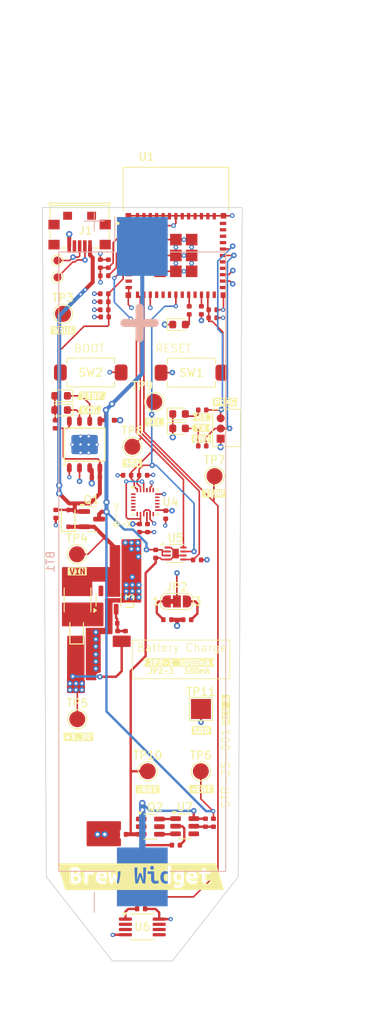
<source format=kicad_pcb>
(kicad_pcb (version 20240108) (generator "pcbnew") (generator_version "8.0")
  (title_block (title "ESP32 Based Tilt Hydrometer") (date "2025-01-04") (rev "A") (comment 1 "Author: Stephen Eaton") (comment 2 "Project Github: https://github.com/madeinoz67/brew-widget") (comment 3 "License: CC-A-SA"))
  (layers (0 "F.Cu" signal) (1 "In1.Cu" signal) (2 "In2.Cu" signal) (31 "B.Cu" signal) (34 "B.Paste" user) (35 "F.Paste" user) (36 "B.SilkS" user "B.Silkscreen") (37 "F.SilkS" user "F.Silkscreen") (38 "B.Mask" user) (39 "F.Mask" user) (44 "Edge.Cuts" user))
  (net 0 "")
  (net 1 "EN")
  (net 2 "-BATT")
  (net 3 "GPIO9")
  (net 4 "+3.3V")
  (net 5 "VBUS")
  (net 6 "Net-(U4-REGOUT)")
  (net 7 "+BATT")
  (net 8 "/-BATT_NOPROT")
  (net 9 "Net-(U7-VCC)")
  (net 10 "Net-(D2-A)")
  (net 11 "USB_D+")
  (net 12 "USB_D-")
  (net 13 "Net-(Q2-G1)")
  (net 16 "Net-(Q2-G2)")
  (net 17 "Net-(U1-IO2)")
  (net 18 "SCL")
  (net 19 "Net-(U1-IO8)")
  (net 20 "TEMP")
  (net 21 "Net-(U7-CS)")
  (net 38 "GND")
  (net 50 "~{BAT_ALERT}")
  (net 56 "SDA")
  (net 64 "/VIN")
  (net 65 "/FB")
  (net 66 "/VOUT")
  (net 73 "RX_IN")
  (net 74 "TX_IN")
  (net 75 "/~{CHG}")
  (net 76 "/~{STBY}")
  (net 77 "Net-(JP2-B)")
  (net 78 "Net-(JP2-A)")
  (net 79 "/PROG")
  (net 80 "Net-(D5-A)")
  (net 81 "GPIO6")
  (net 82 "Net-(D6-A)")
  (net 83 "Net-(D7-A)")
  (footprint "JLCPCB-Kicad-Footprints:C_0402" (layer "F.Cu") (at 147.428 109.067 -90)
    (property "Reference" "C14" (hide yes))
    (property "Value" "100nF")
  )
  (footprint "JLCPCB-Kicad-Footprints:C_0402" (layer "F.Cu") (at 144.153 110.742 -90)
    (property "Reference" "C6" (hide yes))
    (property "Value" "10uF")
  )
  (footprint "TestPoint:TestPoint_Pad_D2.0mm" (layer "F.Cu") (at 136.33 114.01)
    (property "Reference" "TP4")
    (property "Value" "TestPoint")
  )
  (footprint "kibuzzard-67837AE8" (layer "F.Cu") (at 149.098 127.508)
    (property "Reference" "kibuzzard-67837AE8" (hide yes))
    (property "Value" "G***" (hide yes))
  )
  (footprint "kibuzzard-678346A0" (layer "F.Cu") (at 144.29 154.23)
    (property "Reference" "kibuzzard-678346A0" (hide yes))
    (property "Value" "G***" (hide yes))
  )
  (footprint "kibuzzard-67834607" (layer "F.Cu") (at 134.61 86.06)
    (property "Reference" "kibuzzard-67834607" (hide yes))
    (property "Value" "G***" (hide yes))
  )
  (footprint "TestPoint:TestPoint_Pad_D1.0mm" (layer "F.Cu") (at 133.89 79.46)
    (property "Reference" "TP1" (hide yes))
    (property "Value" "TestPoint")
  )
  (footprint "JLCPCB-Kicad-Footprints:D_SOD-323" (layer "F.Cu") (at 136.2875 123.5875 90)
    (property "Reference" "D4" (hide yes))
    (property "Value" "B16WS")
  )
  (footprint "LED_SMD:LED_0603_1608Metric" (layer "F.Cu") (at 134.3405 94.234 180)
    (property "Reference" "D3" (hide yes))
    (property "Value" "STBY")
  )
  (footprint "JLCPCB-Kicad-Footprints:R_0402" (layer "F.Cu") (at 152 96 180)
    (property "Reference" "R20" (hide yes))
    (property "Value" "1.5kΩ" (hide yes))
  )
  (footprint "kibuzzard-678345E8" (layer "F.Cu") (at 146 97.5)
    (property "Reference" "kibuzzard-678345E8" (hide yes))
    (property "Value" "G***" (hide yes))
  )
  (footprint "JLCPCB-Kicad-Footprints:C_0402" (layer "F.Cu") (at 139.75 83.5 180)
    (property "Reference" "C3" (hide yes))
    (property "Value" "100nF")
  )
  (footprint "kibuzzard-67835E0F" (layer "F.Cu") (at 151.84 98.24)
    (property "Reference" "kibuzzard-67835E0F" (hide yes))
    (property "Value" "G***" (hide yes))
  )
  (footprint "JLCPCB-Kicad-Footprints:R_0402" (layer "F.Cu") (at 133.68 108.97 -90)
    (property "Reference" "R8" (hide yes))
    (property "Value" "100kΩ" (hide yes))
  )
  (footprint "kibuzzard-67836544" (layer "F.Cu") (at 137.922 96.012)
    (property "Reference" "kibuzzard-67836544" (hide yes))
    (property "Value" "G***" (hide yes))
  )
  (footprint "TestPoint:TestPoint_Pad_D2.0mm" (layer "F.Cu") (at 153.54 104.26)
    (property "Reference" "TP7")
    (property "Value" "TestPoint")
  )
  (footprint "JLCPCB-Kicad-Footprints:C_0402" (layer "F.Cu") (at 137.3375 128.3375)
    (property "Reference" "C18" (hide yes))
    (property "Value" "10uF")
  )
  (footprint "STR-Footprints:ESOP-8_L4.9-W3.9-P1.27-LS6.0-BL-EP" (layer "F.Cu") (at 137.282 100.318)
    (property "Reference" "U2" (hide yes))
    (property "Value" "TP4056")
  )
  (footprint "JLCPCB-Kicad-Footprints:R_0402" (layer "F.Cu") (at 144.603 104.149 180)
    (property "Reference" "R5" (hide yes))
    (property "Value" "4.7kΩ" (hide yes))
  )
  (footprint "TestPoint:TestPoint_Pad_2.5x2.5mm" (layer "F.Cu") (at 151.84 133.31)
    (property "Reference" "TP11")
    (property "Value" "TestPoint")
  )
  (footprint "JLCPCB-Kicad-Footprints:R_0402" (layer "F.Cu") (at 147.634 122.164)
    (property "Reference" "R18" (hide yes))
    (property "Value" "1.2kΩ" (hide yes))
  )
  (footprint "JLCPCB-Kicad-Footprints:R_0402" (layer "F.Cu") (at 148.7 150.3 180)
    (property "Reference" "R17" (hide yes))
    (property "Value" "1kΩ" (hide yes))
  )
  (footprint "JLCPCB-Kicad-Footprints:C_0402" (layer "F.Cu") (at 145.153 110.742 -90)
    (property "Reference" "C12" (hide yes))
    (property "Value" "100nF")
  )
  (footprint "JLCPCB-Kicad-Footprints:C_0402" (layer "F.Cu") (at 137.3375 126.4875)
    (property "Reference" "C16" (hide yes))
    (property "Value" "100pF")
  )
  (footprint "JLCPCB-Kicad-Footprints:R_0402" (layer "F.Cu") (at 140.8625 122.6125 180)
    (property "Reference" "R12" (hide yes))
    (property "Value" "15kΩ" (hide yes))
  )
  (footprint "LED_SMD:LED_0603_1608Metric" (layer "F.Cu") (at 149.098 98.298)
    (property "Reference" "D7" (hide yes))
    (property "Value" "RED")
  )
  (footprint "JLCPCB-Kicad-Footprints:C_0402" (layer "F.Cu") (at 140.25 77.75 90)
    (property "Reference" "C4" (hide yes))
    (property "Value" "100nF")
  )
  (footprint "JLCPCB-Kicad-Footprints:C_0402" (layer "F.Cu") (at 141.4125 124.0875 90)
    (property "Reference" "C13" (hide yes))
    (property "Value" "10pF")
  )
  (footprint "JLCPCB-Kicad-Footprints:R_0402" (layer "F.Cu") (at 139.75 79.25)
    (property "Reference" "R1" (hide yes))
    (property "Value" "10kΩ" (hide yes))
  )
  (footprint "JLCPCB-Kicad-Footprints:R_0402" (layer "F.Cu") (at 153.3 84.5 180)
    (property "Reference" "R2" (hide yes))
    (property "Value" "10kΩ" (hide yes))
  )
  (footprint "STR-Footprints:SW_SMD_SPST_8x3.6" (layer "F.Cu") (at 150.65 91.35)
    (property "Reference" "SW1")
    (property "Value" "BOOT")
  )
  (footprint "JLCPCB-Kicad-Footprints:C_0402" (layer "F.Cu") (at 137.3375 129.2375)
    (property "Reference" "C19" (hide yes))
    (property "Value" "10uF")
  )
  (footprint "kibuzzard-678345D9" (layer "F.Cu") (at 143.256 102.616)
    (property "Reference" "kibuzzard-678345D9" (hide yes))
    (property "Value" "G***" (hide yes))
  )
  (footprint "JLCPCB-Kicad-Footprints:C_0402" (layer "F.Cu") (at 141.8375 115.9875)
    (property "Reference" "C9" (hide yes))
    (property "Value" "1uF")
  )
  (footprint "JLCPCB-Kicad-Footprints:C_0402" (layer "F.Cu") (at 140.462 97.282)
    (property "Reference" "C15" (hide yes))
    (property "Value" "10uF")
  )
  (footprint "kibuzzard-67834543" (layer "F.Cu") (at 151.9 136)
    (property "Reference" "kibuzzard-67834543" (hide yes))
    (property "Value" "G***" (hide yes))
  )
  (footprint "kibuzzard-67836539" (layer "F.Cu") (at 138.176 94.234)
    (property "Reference" "kibuzzard-67836539" (hide yes))
    (property "Value" "G***" (hide yes))
  )
  (footprint "TestPoint:TestPoint_Pad_D2.0mm" (layer "F.Cu") (at 151.82 141.08)
    (property "Reference" "TP6")
    (property "Value" "TestPoint")
  )
  (footprint "JLCPCB-Kicad-Footprints:C_0402" (layer "F.Cu") (at 139.25 77.75 90)
    (property "Reference" "C5" (hide yes))
    (property "Value" "10uF")
  )
  (footprint "STR-Footprints:ESP32-C3-MINI-1-N4" (layer "F.Cu") (at 148.7 74.025)
    (property "Reference" "U1")
    (property "Value" "ESP32-C3-MINI-1-N4")
  )
  (footprint "kibuzzard-67834564" (layer "F.Cu") (at 136.51 136.79)
    (property "Reference" "kibuzzard-67834564" (hide yes))
    (property "Value" "G***" (hide yes))
  )
  (footprint "TestPoint:TestPoint_Pad_D1.0mm" (layer "F.Cu") (at 133.88 77.35)
    (property "Reference" "TP2" (hide yes))
    (property "Value" "TestPoint")
  )
  (footprint "JLCPCB-Kicad-Footprints:C_0402" (layer "F.Cu") (at 139.75 82.5 180)
    (property "Reference" "C2" (hide yes))
    (property "Value" "4.7uF")
  )
  (footprint "STR-Footprints:MICRO-USB-SMD_5P_C40945" (layer "F.Cu") (at 136.66 73.69 -90)
    (property "Reference" "J1")
    (property "Value" "USB_B_Micro")
  )
  (footprint "kibuzzard-67834787" (layer "F.Cu") (at 154.96 133.4 90)
    (property "Reference" "kibuzzard-67834787" (hide yes))
    (property "Value" "G***" (hide yes))
  )
  (footprint "Package_SO:MSOP-8_3x3mm_P0.65mm" (layer "F.Cu") (at 144.5 160.5)
    (property "Reference" "U6")
    (property "Value" "DS18B20U")
  )
  (footprint "JLCPCB-Kicad-Footprints:C_0402" (layer "F.Cu") (at 138.684 104.394 180)
    (property "Reference" "C11" (hide yes))
    (property "Value" "10uF")
  )
  (footprint "kibuzzard-678345CB" (layer "F.Cu") (at 136.36 116.14)
    (property "Reference" "kibuzzard-678345CB" (hide yes))
    (property "Value" "G***" (hide yes))
  )
  (footprint "JLCPCB-Kicad-Footprints:C_0402" (layer "F.Cu") (at 141.8375 116.9125)
    (property "Reference" "C10" (hide yes))
    (property "Value" "100pF")
  )
  (footprint "TestPoint:TestPoint_Pad_D2.0mm" (layer "F.Cu") (at 134.58 84.01)
    (property "Reference" "TP3")
    (property "Value" "TestPoint")
  )
  (footprint "JLCPCB-Kicad-Footprints:R_0402" (layer "F.Cu") (at 151.892 83.566 90)
    (property "Reference" "R7" (hide yes))
    (property "Value" "10kΩ" (hide yes))
  )
  (footprint "Package_DFN_QFN:TDFN-8-1EP_2x2mm_P0.5mm_EP0.8x1.2mm" (layer "F.Cu") (at 148.66 113.91)
    (property "Reference" "U5")
    (property "Value" "MAX17048")
  )
  (footprint "JLCPCB-Kicad-Footprints:R_0402" (layer "F.Cu") (at 139.75 81.5)
    (property "Reference" "R3" (hide yes))
    (property "Value" "10kΩ" (hide yes))
  )
  (footprint "Package_TO_SOT_SMD:SOT-23-6" (layer "F.Cu") (at 149.8 147.9375)
    (property "Reference" "U7")
    (property "Value" "DW01A")
  )
  (footprint "Sensor_Motion:InvenSense_QFN-24_3x3mm_P0.4mm_NoMask" (layer "F.Cu") (at 144.875 107.5)
    (property "Reference" "U4")
    (property "Value" "MPU-6500" (hide yes))
  )
  (footprint "Jumper:SolderJumper-3_P1.3mm_Bridged12_RoundedPad1.0x1.5mm_NumberLabels" (layer "F.Cu") (at 148.822 119.888)
    (property "Reference" "JP2")
    (property "Value" "SolderJumper_3_Bridged12")
  )
  (footprint "kibuzzard-67837E72" (layer "F.Cu") (at 149.098 128.524)
    (property "Reference" "kibuzzard-67837E72" (hide yes))
    (property "Value" "G***" (hide yes))
  )
  (footprint "JLCPCB-Kicad-Footprints:R_0402" (layer "F.Cu") (at 139.8 84.4)
    (property "Reference" "R4" (hide yes))
    (property "Value" "10kΩ" (hide yes))
  )
  (footprint "JLCPCB-Kicad-Footprints:R_0402" (layer "F.Cu") (at 151.36 114.71 180)
    (property "Reference" "R15" (hide yes))
    (property "Value" "10kΩ" (hide yes))
  )
  (footprint "TestPoint:TestPoint_Pad_D2.0mm" (layer "F.Cu") (at 143.256 100.584)
    (property "Reference" "TP8")
    (property "Value" "TestPoint")
  )
  (footprint "Package_TO_SOT_SMD:SOT-23-6" (layer "F.Cu") (at 145.5 147.9875)
    (property "Reference" "Q2")
    (property "Value" "FS8205A")
  )
  (footprint "LED_SMD:LED_0603_1608Metric" (layer "F.Cu") (at 149.098 85.344)
    (property "Reference" "D5" (hide yes))
    (property "Value" "RED")
  )
  (footprint "JLCPCB-Kicad-Footprints:C_0402" (layer "F.Cu") (at 153.3 83.5)
    (property "Reference" "C1" (hide yes))
    (property "Value" "100nF")
  )
  (footprint "JLCPCB-Kicad-Footprints:C_0402" (layer "F.Cu") (at 137.3375 127.4125)
    (property "Reference" "C17" (hide yes))
    (property "Value" "1uF")
  )
  (footprint "LED_SMD:LED_0603_1608Metric" (layer "F.Cu") (at 149.098 96.5)
    (property "Reference" "D6" (hide yes))
    (property "Value" "RED")
  )
  (footprint "kibuzzard-67834594" (layer "F.Cu") (at 145.18 143.33)
    (property "Reference" "kibuzzard-67834594" (hide yes))
    (property "Value" "G***" (hide yes))
  )
  (footprint "kibuzzard-67835DB7" (layer "F.Cu") (at 151.89 99.57)
    (property "Reference" "kibuzzard-67835DB7" (hide yes))
    (property "Value" "G***" (hide yes))
  )
  (footprint "JLCPCB-Kicad-Footprints:D_SOD-323" (layer "F.Cu") (at 135.23 109.53 90)
    (property "Reference" "D1" (hide yes))
    (property "Value" "B16WS")
  )
  (footprint "TestPoint:TestPoint_Pad_D2.0mm" (layer "F.Cu") (at 136.37 134.58)
    (property "Reference" "TP5")
    (property "Value" "TestPoint")
  )
  (footprint "JLCPCB-Kicad-Footprints:R_0402" (layer "F.Cu") (at 152 100.5 180)
    (property "Reference" "R21" (hide yes))
    (property "Value" "1.5kΩ" (hide yes))
  )
  (footprint "kibuzzard-67835E3B" (layer "F.Cu") (at 154.82 95.02)
    (property "Reference" "kibuzzard-67835E3B" (hide yes))
    (property "Value" "G***" (hide yes))
  )
  (footprint "STR-Footprints:IND_LQH3NPZ220MMEL" (layer "F.Cu") (at 136.4 119.7 -90)
    (property "Reference" "L1" (hide yes))
    (property "Value" "22uH,540mA")
  )
  (footprint "TestPoint:TestPoint_Pad_D2.0mm" (layer "F.Cu") (at 145.18 141.08)
    (property "Reference" "TP10")
    (property "Value" "TestPoint")
  )
  (footprint "JLCPCB-Kicad-Footprints:R_0402" (layer "F.Cu") (at 150.368 83.574 -90)
    (property "Reference" "R19" (hide yes))
    (property "Value" "1.5kΩ" (hide yes))
  )
  (footprint "JLCPCB-Kicad-Footprints:R_0402" (layer "F.Cu") (at 142.3875 124.0875 90)
    (property "Reference" "R11" (hide yes))
    (property "Value" "68kΩ" (hide yes))
  )
  (footprint "Package_TO_SOT_SMD:SOT-23" (layer "F.Cu") (at 138.16 109.62)
    (property "Reference" "Q1")
    (property "Value" "IRLML6401")
  )
  (footprint "JLCPCB-Kicad-Footprints:C_0402" (layer "F.Cu") (at 141.8375 114.1375)
    (property "Reference" "C7" (hide yes))
    (property "Value" "10uF")
  )
  (footprint "JLCPCB-Kicad-Footprints:R_0402" (layer "F.Cu") (at 141.95 148.95 180)
    (property "Reference" "R16" (hide yes))
    (property "Value" "0Ω" (hide yes))
  )
  (footprint "JLCPCB-Kicad-Footprints:C_0402" (layer "F.Cu") (at 141.8375 115.0625)
    (property "Reference" "C8" (hide yes))
    (property "Value" "10uF")
  )
  (footprint "kibuzzard-678345AF" (layer "F.Cu") (at 153.49 106.4)
    (property "Reference" "kibuzzard-678345AF" (hide yes))
    (property "Value" "G***" (hide yes))
  )
  (footprint "kibuzzard-67835E03" (layer "F.Cu") (at 151.96 96.9)
    (property "Reference" "kibuzzard-67835E03" (hide yes))
    (property "Value" "G***" (hide yes))
  )
  (footprint "JLCPCB-Kicad-Footprints:R_0402" (layer "F.Cu") (at 153.4 147.5 -90)
    (property "Reference" "R13" (hide yes))
    (property "Value" "100Ω" (hide yes))
  )
  (footprint "STR-Footprints:PROG_1x3_1.27" (layer "F.Cu") (at 154.3 99.58 90)
    (property "Reference" "PROG1" (hide yes))
    (property "Value" "Pogo Pin 1.27mm")
  )
  (footprint "JLCPCB-Kicad-Footprints:R_0402" (layer "F.Cu") (at 133.604 97.79 90)
    (property "Reference" "R9" (hide yes))
    (property "Value" "2kΩ" (hide yes))
  )
  (footprint "kibuzzard-6783457B" (layer "F.Cu") (at 151.9 143.3)
    (property "Reference" "kibuzzard-6783457B" (hide yes))
    (property "Value" "G***" (hide yes))
  )
  (footprint "Package_TO_SOT_SMD:SOT-23-6" (layer "F.Cu") (at 140.275 119.7125 90)
    (property "Reference" "U3")
    (property "Value" "MT3608")
  )
  (footprint "JLCPCB-Kicad-Footprints:R_0402" (layer "F.Cu") (at 150.122 122.174 180)
    (property "Reference" "R10" (hide yes))
    (property "Value" "2kΩ" (hide yes))
  )
  (footprint "STR-Footprints:SW_SMD_SPST_8x3.6" (layer "F.Cu") (at 138.05 91.325 180)
    (property "Reference" "SW2")
    (property "Value" "RESET")
  )
  (footprint "JLCPCB-Kicad-Footprints:C_0402" (layer "F.Cu") (at 146.1725 113.96 -90)
    (property "Reference" "C20" (hide yes))
    (property "Value" "100nF")
  )
  (footprint "JLCPCB-Kicad-Footprints:C_0402" (layer "F.Cu") (at 152.4 147.5 90)
    (property "Reference" "C21" (hide yes))
    (property "Value" "100nF")
  )
  (footprint "JLCPCB-Kicad-Footprints:R_0402" (layer "F.Cu") (at 142.603 104.149)
    (property "Reference" "R6" (hide yes))
    (property "Value" "4.7kΩ" (hide yes))
  )
  (footprint "JLCPCB-Kicad-Footprints:R_0402" (layer "F.Cu") (at 144.35 158.25 180)
    (property "Reference" "R14" (hide yes))
    (property "Value" "4.7kΩ" (hide yes))
  )
  (footprint "LED_SMD:LED_0603_1608Metric" (layer "F.Cu") (at 134.3405 96.012 180)
    (property "Reference" "D2" (hide yes))
    (property "Value" "CHG")
  )
  (footprint "TestPoint:TestPoint_Pad_D2.0mm" (layer "F.Cu") (at 146 94.996)
    (property "Reference" "TP9")
    (property "Value" "TestPoint")
  )
  (footprint "Battery:BatteryHolder_Keystone_1042_1x18650" (layer "B.Cu") (at 144.5 114.93 -90)
    (property "Reference" "BT1")
    (property "Value" "18650")
  )
  (gr_line (start 141.23 108.98) (end 141.23 110.27) (stroke (width 0.1)) (layer "F.SilkS"))
  (gr_line (start 141.23 110.27) (end 142.45 110.27) (stroke (width 0.1)) (layer "F.SilkS"))
  (gr_rect (start 143.256 124.714) (end 155.448 129.54) (stroke (width 0.1)) (fill none) (layer "F.SilkS"))
  (gr_circle (center 141.23 110.27) (end 141.54 110.23) (stroke (width 0.1)) (fill none) (layer "F.SilkS"))
  (gr_line (start 156.5 154.25) (end 157 70.75) (stroke (width 0.1)) (layer "Edge.Cuts"))
  (gr_line (start 140.75 164.75) (end 148.25 164.75) (stroke (width 0.1)) (layer "Edge.Cuts"))
  (gr_line (start 157 70.75) (end 132 70.75) (stroke (width 0.1)) (layer "Edge.Cuts"))
  (gr_line (start 132.5 154.25) (end 140.75 164.75) (stroke (width 0.1)) (layer "Edge.Cuts"))
  (gr_line (start 148.25 164.75) (end 156.5 154.25) (stroke (width 0.1)) (layer "Edge.Cuts"))
  (gr_line (start 132 70.75) (end 132.5 154.25) (stroke (width 0.1)) (layer "Edge.Cuts"))
  (gr_text "+" (at 144.16 87.72 0) (layer "B.SilkS") (effects (font (size 5 5) (thickness 1) (bold yes)) (justify bottom mirror)))
  (gr_text "X" (at 142.31 110.89 0) (layer "F.SilkS") (effects (font (size 1 1) (thickness 0.1)) (justify left bottom)))
  (gr_text "STR-25-001" (at 155.5 145.74 90) (layer "F.SilkS") (effects (font (size 1 1) (thickness 0.1)) (justify left bottom)))
  (gr_text "RESET" (at 146.05 88.9 0) (layer "F.SilkS") (effects (font (size 1 1) (thickness 0.1)) (justify left bottom)))
  (gr_text "BOOT" (at 135.89 88.9 0) (layer "F.SilkS") (effects (font (size 1 1) (thickness 0.1)) (justify left bottom)))
  (gr_text "Y" (at 140.78 108.76 0) (layer "F.SilkS") (effects (font (size 1 1) (thickness 0.1)) (justify left bottom)))
  (gr_text "Battery Charge" (at 143.764 126.238 0) (layer "F.SilkS") (effects (font (size 1 1) (thickness 0.1)) (justify left bottom)))
  (segment (start 142.1 78.53) (end 142.305 78.325) (width 0.2) (layer "F.Cu") (net 1))
  (segment (start 140.175 85.55) (end 140.3 85.425) (width 0.2) (layer "F.Cu") (net 1))
  (segment (start 140.3 85.425) (end 140.3 84.4) (width 0.2) (layer "F.Cu") (net 1))
  (segment (start 140.25 83.5) (end 140.25 84.35) (width 0.2) (layer "F.Cu") (net 1))
  (segment (start 134.25 91.325) (end 134.25 88.525) (width 0.2) (layer "F.Cu") (net 1))
  (segment (start 140.25 82.5) (end 140.25 81.5) (width 0.2) (layer "F.Cu") (net 1))
  (segment (start 142.1 79.65) (end 142.1 78.53) (width 0.2) (layer "F.Cu") (net 1))
  (segment (start 137.225 85.55) (end 140.175 85.55) (width 0.2) (layer "F.Cu") (net 1))
  (segment (start 134.25 88.525) (end 137.225 85.55) (width 0.2) (layer "F.Cu") (net 1))
  (segment (start 140.25 83.25) (end 140.25 82.5) (width 0.2) (layer "F.Cu") (net 1))
  (segment (start 140.25 84.35) (end 140.3 84.4) (width 0.2) (layer "F.Cu") (net 1))
  (segment (start 142.305 78.325) (end 142.8 78.325) (width 0.2) (layer "F.Cu") (net 1))
  (segment (start 140.25 81.5) (end 142.1 79.65) (width 0.2) (layer "F.Cu") (net 1))
  (segment (start 144.3625 148.9375) (end 144.3625 149.8625) (width 0.3) (layer "F.Cu") (net 2))
  (segment (start 143.05 141) (end 143.05 128.57) (width 0.3) (layer "F.Cu") (net 2))
  (segment (start 144.3625 149.8625) (end 144.8 150.3) (width 0.3) (layer "F.Cu") (net 2))
  (segment (start 144.8 150.3) (end 148.2 150.3) (width 0.3) (layer "F.Cu") (net 2))
  (segment (start 148.66 114.059999) (end 148.66 113.91) (width 0.2) (layer "F.Cu") (net 2))
  (segment (start 143.05 148.9375) (end 142.4625 148.9375) (width 0.5) (layer "F.Cu") (net 2))
  (segment (start 149.6475 114.16) (end 148.91 114.16) (width 0.2) (layer "F.Cu") (net 2))
  (segment (start 143.05 141.18) (end 143.05 141) (width 0.3) (layer "F.Cu") (net 2))
  (segment (start 144.92 126.7) (end 144.92 116.34) (width 0.3) (layer "F.Cu") (net 2))
  (segment (start 144.92 116.34) (end 146.1725 115.0875) (width 0.3) (layer "F.Cu") (net 2))
  (segment (start 146.1725 115.0875) (end 146.1725 114.46) (width 0.3) (layer "F.Cu") (net 2))
  (segment (start 148.66 113.760001) (end 148.66 113.91) (width 0.2) (layer "F.Cu") (net 2))
  (segment (start 146.71 114.46) (end 146.1725 114.46) (width 0.2) (layer "F.Cu") (net 2))
  (segment (start 147.6725 114.66) (end 146.91 114.66) (width 0.2) (layer "F.Cu") (net 2))
  (segment (start 145.18 141.08) (end 143.15 141.08) (width 0.3) (layer "F.Cu") (net 2))
  (segment (start 147.6725 113.16) (end 148.059999 113.16) (width 0.2) (layer "F.Cu") (net 2))
  (segment (start 146.91 114.66) (end 146.71 114.46) (width 0.2) (layer "F.Cu") (net 2))
  (segment (start 143.15 141.08) (end 143.05 141.18) (width 0.3) (layer "F.Cu") (net 2))
  (segment (start 143.05 128.57) (end 144.92 126.7) (width 0.3) (layer "F.Cu") (net 2))
  (segment (start 147.6725 114.66) (end 148.059999 114.66) (width 0.2) (layer "F.Cu") (net 2))
  (segment (start 148.91 114.16) (end 148.66 113.91) (width 0.2) (layer "F.Cu") (net 2))
  (segment (start 142.4625 148.9375) (end 142.45 148.95) (width 0.5) (layer "F.Cu") (net 2))
  (segment (start 148.059999 113.16) (end 148.66 113.760001) (width 0.2) (layer "F.Cu") (net 2))
  (segment (start 143.05 148.9375) (end 143.05 141.18) (width 0.3) (layer "F.Cu") (net 2))
  (segment (start 144.3625 148.9375) (end 143.05 148.9375) (width 0.5) (layer "F.Cu") (net 2))
  (segment (start 148.059999 114.66) (end 148.66 114.059999) (width 0.2) (layer "F.Cu") (net 2))
  (segment (start 144.3 149) (end 144.3625 148.9375) (width 0.5) (layer "F.Cu") (net 2))
  (segment (start 154.575 86.275) (end 154.575 91.225) (width 0.2) (layer "F.Cu") (net 3))
  (segment (start 152.8 84.944) (end 153.244 84.944) (width 0.2) (layer "F.Cu") (net 3))
  (segment (start 152.7 81.625) (end 152.7 83.4) (width 0.2) (layer "F.Cu") (net 3))
  (segment (start 152.7 83.4) (end 152.8 83.5) (width 0.2) (layer "F.Cu") (net 3))
  (segment (start 152.8 84.5) (end 152.8 84.944) (width 0.2) (layer "F.Cu") (net 3))
  (segment (start 152.8 83.5) (end 152.8 84.5) (width 0.2) (layer "F.Cu") (net 3))
  (segment (start 153.244 84.944) (end 154.575 86.275) (width 0.2) (layer "F.Cu") (net 3))
  (segment (start 154.575 91.225) (end 154.45 91.35) (width 0.2) (layer "F.Cu") (net 3))
  (segment (start 142.494132 109.383132) (end 142.494132 104.933126) (width 0.2) (layer "F.Cu") (net 4))
  (segment (start 142.3875 124.5875) (end 141.4125 124.5875) (width 0.3) (layer "F.Cu") (net 4))
  (segment (start 144.275 109.592) (end 142.703 109.592) (width 0.2) (layer "F.Cu") (net 4))
  (segment (start 152.56 114.71) (end 152.585 114.685) (width 0.2) (layer "F.Cu") (net 4))
  (segment (start 151.86 114.71) (end 152.56 114.71) (width 0.2) (layer "F.Cu") (net 4))
  (segment (start 141.41513 104.149) (end 141.415126 104.149004) (width 0.2) (layer "F.Cu") (net 4))
  (segment (start 145.811002 104.149) (end 145.860002 104.1) (width 0.2) (layer "F.Cu") (net 4))
  (segment (start 140.25 78.25) (end 139.25 78.25) (width 0.2) (layer "F.Cu") (net 4))
  (segment (start 139.25 79.25) (end 139.25 80.05) (width 0.2) (layer "F.Cu") (net 4))
  (segment (start 144.675 105.957) (end 144.675 105.135) (width 0.2) (layer "F.Cu") (net 4))
  (segment (start 146.15 158.25) (end 146.6125 158.7125) (width 0.3) (layer "F.Cu") (net 4))
  (segment (start 136.37 131.095) (end 136.2 130.925) (width 0.2) (layer "F.Cu") (net 4))
  (segment (start 141.925 125.275) (end 141.925 128.585) (width 0.3) (layer "F.Cu") (net 4))
  (segment (start 145.103 104.149) (end 145.811002 104.149) (width 0.2) (layer "F.Cu") (net 4))
  (segment (start 139.25 80.05) (end 139.275 80.075) (width 0.2) (layer "F.Cu") (net 4))
  (segment (start 139.25 81.5) (end 138.5 81.5) (width 0.2) (layer "F.Cu") (net 4))
  (segment (start 146.375 108.5) (end 147.361 108.5) (width 0.2) (layer "F.Cu") (net 4))
  (segment (start 142.8 74.325) (end 141.675 74.325) (width 0.2) (layer "F.Cu") (net 4))
  (segment (start 144.153 110.242) (end 143.688 110.242) (width 0.2) (layer "F.Cu") (net 4))
  (segment (start 136.37 134.58) (end 136.37 131.095) (width 0.2) (layer "F.Cu") (net 4))
  (segment (start 144.85 158.25) (end 146.15 158.25) (width 0.3) (layer "F.Cu") (net 4))
  (segment (start 147.428 108.567) (end 147.361 108.5) (width 0.2) (layer "F.Cu") (net 4))
  (segment (start 144.275 110.12) (end 144.275 109.592) (width 0.2) (layer "F.Cu") (net 4))
  (segment (start 147.428 108.567) (end 148.217 108.567) (width 0.2) (layer "F.Cu") (net 4))
  (segment (start 140.86 75.14) (end 140.86 77.64) (width 0.2) (layer "F.Cu") (net 4))
  (segment (start 151.892 84.066) (end 151.892 84.836) (width 0.2) (layer "F.Cu") (net 4))
  (segment (start 143.322 110.242) (end 143.3 110.22) (width 0.2) (layer "F.Cu") (net 4))
  (segment (start 153.8 84.5) (end 154.6 84.5) (width 0.2) (layer "F.Cu") (net 4))
  (segment (start 141.675 74.325) (end 140.86 75.14) (width 0.2) (layer "F.Cu") (net 4))
  (segment (start 141.224 129.286) (end 139.192 129.286) (width 0.3) (layer "F.Cu") (net 4))
  (segment (start 144.153 110.242) (end 144.275 110.12) (width 0.2) (layer "F.Cu") (net 4))
  (segment (start 139.3 84.4) (end 138.5 84.4) (width 0.2) (layer "F.Cu") (net 4))
  (segment (start 141.925 128.585) (end 141.224 129.286) (width 0.3) (layer "F.Cu") (net 4))
  (segment (start 146.6125 159.525) (end 148.050004 159.525) (width 0.3) (layer "F.Cu") (net 4))
  (segment (start 146.6125 158.7125) (end 146.6125 159.525) (width 0.3) (layer "F.Cu") (net 4))
  (segment (start 139.25 78.25) (end 139.25 79.25) (width 0.2) (layer "F.Cu") (net 4))
  (segment (start 143.688 110.242) (end 143.322 110.242) (width 0.2) (layer "F.Cu") (net 4))
  (segment (start 144.675 105.135) (end 144.465 104.925) (width 0.2) (layer "F.Cu") (net 4))
  (segment (start 144.275 109.592) (end 144.275 109) (width 0.2) (layer "F.Cu") (net 4))
  (segment (start 140.86 77.64) (end 140.25 78.25) (width 0.2) (layer "F.Cu") (net 4))
  (segment (start 142.103 104.149) (end 141.41513 104.149) (width 0.2) (layer "F.Cu") (net 4))
  (segment (start 142.703 109.592) (end 142.494132 109.383132) (width 0.2) (layer "F.Cu") (net 4))
  (via (at 136.2 130.925) (size 0.7) (drill 0.3) (layers "F.Cu" "B.Cu") (net 4))
  (via (at 151.892 84.836) (size 0.7) (drill 0.3) (layers "F.Cu" "B.Cu") (net 4))
  (via (at 144.465 104.925) (size 0.55) (drill 0.25) (layers "F.Cu" "B.Cu") (net 4))
  (via (at 154.6 84.5) (size 0.55) (drill 0.25) (layers "F.Cu" "B.Cu") (net 4))
  (via (at 138.5 84.4) (size 0.6) (drill 0.3) (layers "F.Cu" "B.Cu") (net 4))
  (via (at 148.050004 159.525) (size 0.55) (drill 0.25) (layers "F.Cu" "B.Cu") (net 4))
  (via (at 143.3 110.22) (size 0.7) (drill 0.3) (layers "F.Cu" "B.Cu") (net 4))
  (via (at 136.95 130.125) (size 0.7) (drill 0.3) (layers "F.Cu" "B.Cu") (net 4))
  (via (at 141.415126 104.149004) (size 0.55) (drill 0.25) (layers "F.Cu" "B.Cu") (net 4))
  (via (at 152.585 114.685) (size 0.7) (drill 0.3) (layers "F.Cu" "B.Cu") (net 4))
  (via (at 135.45 130.125) (size 0.7) (drill 0.3) (layers "F.Cu" "B.Cu") (net 4))
  (via (at 135.45 130.925) (size 0.7) (drill 0.3) (layers "F.Cu" "B.Cu") (net 4))
  (via (at 135.8 129.25) (size 0.7) (drill 0.3) (layers "F.Cu" "B.Cu") (net 4))
  (via (at 148.217 108.567) (size 0.7) (drill 0.3) (layers "F.Cu" "B.Cu") (net 4))
  (via (at 142.494132 104.933126) (size 0.55) (drill 0.25) (layers "F.Cu" "B.Cu") (net 4))
  (via (at 145.860002 104.1) (size 0.55) (drill 0.25) (layers "F.Cu" "B.Cu") (net 4))
  (via (at 136.95 130.925) (size 0.7) (drill 0.3) (layers "F.Cu" "B.Cu") (net 4))
  (via (at 139.192 129.286) (size 0.7) (drill 0.3) (layers "F.Cu" "B.Cu") (net 4))
  (via (at 139.275 80.075) (size 0.6) (drill 0.3) (layers "F.Cu" "B.Cu") (net 4))
  (via (at 136.2 130.125) (size 0.7) (drill 0.3) (layers "F.Cu" "B.Cu") (net 4))
  (via (at 138.5 81.5) (size 0.6) (drill 0.3) (layers "F.Cu" "B.Cu") (net 4))
  (segment (start 135.8 129.25) (end 139.156 129.25) (width 0.3) (layer "B.Cu") (net 4))
  (segment (start 139.156 129.25) (end 139.192 129.286) (width 0.3) (layer "B.Cu") (net 4))
  (segment (start 144.465 104.925) (end 142.502258 104.925) (width 0.2) (layer "B.Cu") (net 4))
  (segment (start 142.502258 104.925) (end 142.494132 104.933126) (width 0.2) (layer "B.Cu") (net 4))
  (segment (start 134.62 101.854) (end 134.874 102.108) (width 0.2) (layer "F.Cu") (net 5))
  (segment (start 134.62 98.29) (end 135.136 98.29) (width 0.2) (layer "F.Cu") (net 5))
  (segment (start 138.938 102.108) (end 139.192 102.362) (width 0.2) (layer "F.Cu") (net 5))
  (segment (start 136.775 81.575) (end 137.35 81) (width 0.5) (layer "F.Cu") (net 5))
  (segment (start 139.192 106.426) (end 139.192 103.228) (width 0.5) (layer "F.Cu") (net 5))
  (segment (start 135.346 107.66) (end 134.112 106.426) (width 0.5) (layer "F.Cu") (net 5))
  (segment (start 136.05 107.66) (end 136.05 108.67) (width 0.5) (layer "F.Cu") (net 5))
  (segment (start 135.372 98.054) (end 135.372 97.408) (width 0.2) (layer "F.Cu") (net 5))
  (segment (start 134.58 83.78) (end 136.775 81.585) (width 0.2) (layer "F.Cu") (net 5))
  (segment (start 137.958 107.66) (end 139.192 106.426) (width 0.5) (layer "F.Cu") (net 5))
  (segment (start 138.3 80.05) (end 137.35 81) (width 0.5) (layer "F.Cu") (net 5))
  (segment (start 138.3 77.02) (end 138.3 80.05) (width 0.5) (layer "F.Cu") (net 5))
  (segment (start 136.05 108.67) (end 137.2225 108.67) (width 0.5) (layer "F.Cu") (net 5))
  (segment (start 133.68 108.47) (end 135.22 108.47) (width 0.3) (layer "F.Cu") (net 5))
  (segment (start 136.05 107.66) (end 137.958 107.66) (width 0.5) (layer "F.Cu") (net 5))
  (segment (start 136.775 81.585) (end 136.775 81.575) (width 0.2) (layer "F.Cu") (net 5))
  (segment (start 136.05 107.66) (end 136.05 108.48) (width 0.5) (layer "F.Cu") (net 5))
  (segment (start 133.604 98.29) (end 134.62 98.29) (width 0.2) (layer "F.Cu") (net 5))
  (segment (start 139.192 102.362) (end 139.192 103.228) (width 0.2) (layer "F.Cu") (net 5))
  (segment (start 137.96 76.68) (end 138.3 77.02) (width 0.5) (layer "F.Cu") (net 5))
  (segment (start 135.22 108.47) (end 135.23 108.48) (width 0.3) (layer "F.Cu") (net 5))
  (segment (start 135.136 98.29) (end 135.372 98.054) (width 0.2) (layer "F.Cu") (net 5))
  (segment (start 134.112 106.426) (end 134.112 105.41) (width 0.5) (layer "F.Cu") (net 5))
  (segment (start 134.874 102.108) (end 138.938 102.108) (width 0.2) (layer "F.Cu") (net 5))
  (segment (start 134.58 84.01) (end 134.58 83.78) (width 0.2) (layer "F.Cu") (net 5))
  (segment (start 136.05 108.48) (end 135.23 108.48) (width 0.5) (layer "F.Cu") (net 5))
  (segment (start 134.62 98.29) (end 134.62 101.854) (width 0.2) (layer "F.Cu") (net 5))
  (segment (start 136.05 107.66) (end 135.346 107.66) (width 0.5) (layer "F.Cu") (net 5))
  (segment (start 137.96 75.61) (end 137.96 76.68) (width 0.5) (layer "F.Cu") (net 5))
  (via (at 137.35 81) (size 0.55) (drill 0.25) (layers "F.Cu" "B.Cu") (net 5))
  (via (at 136.775 81.575) (size 0.55) (drill 0.25) (layers "F.Cu" "B.Cu") (net 5))
  (via (at 134.112 106.426) (size 0.8) (drill 0.4) (layers "F.Cu" "B.Cu") (net 5))
  (via (at 134.112 105.41) (size 0.8) (drill 0.4) (layers "F.Cu" "B.Cu") (net 5))
  (segment (start 134.112 84.238) (end 136.38 81.97) (width 0.5) (layer "B.Cu") (net 5))
  (segment (start 136.775 81.575) (end 136.38 81.97) (width 0.5) (layer "B.Cu") (net 5))
  (segment (start 136.38 81.97) (end 137.35 81) (width 0.5) (layer "B.Cu") (net 5))
  (segment (start 134.112 106.426) (end 134.112 84.238) (width 0.5) (layer "B.Cu") (net 5))
  (segment (start 145.075 110.164) (end 145.075 109) (width 0.2) (layer "F.Cu") (net 6))
  (segment (start 145.153 110.242) (end 145.075 110.164) (width 0.2) (layer "F.Cu") (net 6))
  (segment (start 147.6725 113.66) (end 147.01 113.66) (width 0.2) (layer "F.Cu") (net 7))
  (segment (start 145.2 113.604996) (end 145.025 113.429996) (width 0.2) (layer "F.Cu") (net 7))
  (segment (start 139.962 97.282) (end 139.962 96.02) (width 0.5) (layer "F.Cu") (net 7))
  (segment (start 151.82 144.52) (end 151.82 141.08) (width 0.2) (layer "F.Cu") (net 7))
  (segment (start 140.0175 108.7) (end 140.0175 107.5225) (width 0.5) (layer "F.Cu") (net 7))
  (segment (start 146.142496 113.429996) (end 146.1725 113.46) (width 0.2) (layer "F.Cu") (net 7))
  (segment (start 153.4 146.1) (end 153.4 147) (width 0.2) (layer "F.Cu") (net 7))
  (segment (start 139.318 97.282) (end 139.192 97.408) (width 0.5) (layer "F.Cu") (net 7))
  (segment (start 147.01 114.16) (end 147.6725 114.16) (width 0.2) (layer "F.Cu") (net 7))
  (segment (start 146.1725 113.46) (end 147.01 113.46) (width 0.2) (layer "F.Cu") (net 7))
  (segment (start 146.1225 113.51) (end 146.1725 113.46) (width 0.2) (layer "F.Cu") (net 7))
  (segment (start 139.41 108.7) (end 139.0975 109.0125) (width 0.5) (layer "F.Cu") (net 7))
  (segment (start 153.3625 146.0625) (end 151.82 144.52) (width 0.2) (layer "F.Cu") (net 7))
  (segment (start 153.3625 146.0625) (end 153.4 146.1) (width 0.2) (layer "F.Cu") (net 7))
  (segment (start 147.01 113.86) (end 147.01 114.16) (width 0.2) (layer "F.Cu") (net 7))
  (segment (start 145.025 113.429996) (end 146.142496 113.429996) (width 0.2) (layer "F.Cu") (net 7))
  (segment (start 139.0975 109.0125) (end 139.0975 109.62) (width 0.5) (layer "F.Cu") (net 7))
  (segment (start 139.962 96.02) (end 139.954 96.012) (width 0.5) (layer "F.Cu") (net 7))
  (segment (start 140.0175 107.5225) (end 140.017503 107.522497) (width 0.5) (layer "F.Cu") (net 7))
  (segment (start 140.0175 108.7) (end 139.41 108.7) (width 0.5) (layer "F.Cu") (net 7))
  (segment (start 139.954 96.012) (end 140.716 95.25) (width 0.5) (layer "F.Cu") (net 7))
  (segment (start 139.962 97.282) (end 139.318 97.282) (width 0.5) (layer "F.Cu") (net 7))
  (segment (start 147.01 113.66) (end 147.01 113.86) (width 0.2) (layer "F.Cu") (net 7))
  (segment (start 140.0175 97.2265) (end 139.962 97.282) (width 0.5) (layer "F.Cu") (net 7))
  (segment (start 147.01 113.46) (end 147.01 113.86) (width 0.2) (layer "F.Cu") (net 7))
  (via (at 140.017503 107.522497) (size 0.8) (drill 0.4) (layers "F.Cu" "B.Cu") (net 7))
  (via (at 140.716 95.25) (size 0.8) (drill 0.4) (layers "F.Cu" "B.Cu") (net 7))
  (via (at 145.025 113.429996) (size 0.7) (drill 0.3) (layers "F.Cu" "B.Cu") (net 7))
  (via (at 140.0175 108.7) (size 0.8) (drill 0.4) (layers "F.Cu" "B.Cu") (net 7))
  (via (at 139.954 96.012) (size 0.8) (drill 0.4) (layers "F.Cu" "B.Cu") (net 7))
  (via (at 153.3625 146.0625) (size 0.55) (drill 0.25) (layers "F.Cu" "B.Cu") (net 7))
  (segment (start 140.0175 95.9485) (end 144.5 91.466) (width 0.5) (layer "B.Cu") (net 7))
  (segment (start 152.4725 146.0625) (end 153.3625 146.0625) (width 0.3) (layer "B.Cu") (net 7))
  (segment (start 140.0175 108.7) (end 142.2375 110.92) (width 0.3) (layer "B.Cu") (net 7))
  (segment (start 143.33 110.92) (end 145.025 112.615) (width 0.3) (layer "B.Cu") (net 7))
  (segment (start 140.0175 108.7) (end 140.0175 133.6075) (width 0.3) (layer "B.Cu") (net 7))
  (segment (start 144.5 91.466) (end 144.5 75.6) (width 0.5) (layer "B.Cu") (net 7))
  (segment (start 140.0175 133.6075) (end 152.4725 146.0625) (width 0.3) (layer "B.Cu") (net 7))
  (segment (start 142.2375 110.92) (end 143.33 110.92) (width 0.3) (layer "B.Cu") (net 7))
  (segment (start 145.025 112.615) (end 145.025 113.429996) (width 0.3) (layer "B.Cu") (net 7))
  (segment (start 140.0175 108.7) (end 140.0175 95.9485) (width 0.5) (layer "B.Cu") (net 7))
  (segment (start 152.4 147) (end 150.95 147) (width 0.3) (layer "F.Cu") (net 8))
  (segment (start 150.9375 146.9875) (end 150.9375 146.009996) (width 0.3) (layer "F.Cu") (net 8))
  (segment (start 144.5 145.049997) (end 144.5 146.9) (width 0.8) (layer "F.Cu") (net 8))
  (segment (start 150.95 147) (end 150.9375 146.9875) (width 0.3) (layer "F.Cu") (net 8))
  (via (at 150.9375 146.009996) (size 0.7) (drill 0.3) (layers "F.Cu" "B.Cu") (net 8))
  (via (at 144.5 145.049997) (size 0.8) (drill 0.4) (layers "F.Cu" "B.Cu") (net 8))
  (via (at 144.5 145.9) (size 0.8) (drill 0.4) (layers "F.Cu" "B.Cu") (net 8))
  (segment (start 144.5 154.26) (end 144.5 145.049997) (width 0.8) (layer "B.Cu") (net 8))
  (segment (start 144.5 145.049997) (end 145.470003 146.02) (width 0.3) (layer "B.Cu") (net 8))
  (segment (start 145.470003 146.02) (end 150.927496 146.02) (width 0.3) (layer "B.Cu") (net 8))
  (segment (start 150.927496 146.02) (end 150.9375 146.009996) (width 0.3) (layer "B.Cu") (net 8))
  (segment (start 144.5 145.049997) (end 144.4 144.949997) (width 0.3) (layer "B.Cu") (net 8))
  (segment (start 152.4 148) (end 151 148) (width 0.3) (layer "F.Cu") (net 9))
  (segment (start 152.4 148) (end 153.4 148) (width 0.3) (layer "F.Cu") (net 9))
  (segment (start 151 148) (end 150.9375 147.9375) (width 0.3) (layer "F.Cu") (net 9))
  (segment (start 133.604 97.29) (end 133.604 96.063) (width 0.2) (layer "F.Cu") (net 10))
  (segment (start 133.604 96.063) (end 133.553 96.012) (width 0.2) (layer "F.Cu") (net 10))
  (segment (start 133.553 96.012) (end 133.553 94.234) (width 0.2) (layer "F.Cu") (net 10))
  (segment (start 136.52 76.93) (end 135.84 76.93) (width 0.2) (layer "F.Cu") (net 11))
  (segment (start 135.84 76.93) (end 135.42 77.35) (width 0.2) (layer "F.Cu") (net 11))
  (segment (start 155.29999 79.125) (end 155.82499 78.6) (width 0.2) (layer "F.Cu") (net 11))
  (segment (start 135.42 77.35) (end 133.88 77.35) (width 0.2) (layer "F.Cu") (net 11))
  (segment (start 136.66 75.61) (end 136.66 76.79) (width 0.2) (layer "F.Cu") (net 11))
  (segment (start 136.66 76.79) (end 136.52 76.93) (width 0.2) (layer "F.Cu") (net 11))
  (segment (start 154.6 79.125) (end 155.29999 79.125) (width 0.2) (layer "F.Cu") (net 11))
  (via (at 155.82499 78.6) (size 0.7) (drill 0.3) (layers "F.Cu" "B.Cu") (net 11))
  (via (at 135.84 76.93) (size 0.7) (drill 0.3) (layers "F.Cu" "B.Cu") (net 11))
  (segment (start 135.82 77.53) (end 133.89 79.46) (width 0.2) (layer "F.Cu") (net 12))
  (segment (start 133.89 79.46) (end 133.89 79.42504) (width 0.3) (layer "F.Cu") (net 12))
  (segment (start 137.19 77.29) (end 137.33 77.29) (width 0.2) (layer "F.Cu") (net 12))
  (segment (start 137.33 77.29) (end 137.33 75.63) (width 0.2) (layer "F.Cu") (net 12))
  (segment (start 136.328529 77.29) (end 136.088529 77.53) (width 0.2) (layer "F.Cu") (net 12))
  (segment (start 136.088529 77.53) (end 135.82 77.53) (width 0.2) (layer "F.Cu") (net 12))
  (segment (start 137.185876 77.285876) (end 137.19 77.29) (width 0.2) (layer "F.Cu") (net 12))
  (segment (start 154.6 79.925) (end 155.45751 79.925) (width 0.2) (layer "F.Cu") (net 12))
  (segment (start 155.45751 79.925) (end 155.807494 80.274984) (width 0.2) (layer "F.Cu") (net 12))
  (segment (start 137.33 77.29) (end 136.328529 77.29) (width 0.2) (layer "F.Cu") (net 12))
  (via (at 155.807494 80.274984) (size 0.7) (drill 0.3) (layers "F.Cu" "B.Cu") (net 12))
  (via (at 137.33 77.29) (size 0.7) (drill 0.3) (layers "F.Cu" "B.Cu") (net 12))
  (segment (start 146.6375 147.0375) (end 148.6125 147.0375) (width 0.3) (layer "F.Cu") (net 13))
  (segment (start 148.6125 147.0375) (end 148.6625 146.9875) (width 0.3) (layer "F.Cu") (net 13))
  (segment (start 146.6375 148.9375) (end 148.6125 148.9375) (width 0.3) (layer "F.Cu") (net 16))
  (segment (start 148.6125 148.9375) (end 148.6625 148.8875) (width 0.3) (layer "F.Cu") (net 16))
  (segment (start 141.26 78.24) (end 141.26 76.49) (width 0.2) (layer "F.Cu") (net 17))
  (segment (start 141.825 75.925) (end 142.8 75.925) (width 0.2) (layer "F.Cu") (net 17))
  (segment (start 141.26 76.49) (end 141.825 75.925) (width 0.2) (layer "F.Cu") (net 17))
  (segment (start 140.25 79.25) (end 141.26 78.24) (width 0.2) (layer "F.Cu") (net 17))
  (segment (start 150.97 113.66) (end 149.6475 113.66) (width 0.2) (layer "F.Cu") (net 18))
  (segment (start 148.7 81.625) (end 148.7 83.058024) (width 0.2) (layer "F.Cu") (net 18))
  (segment (start 144.103 104.149) (end 144.103 103.397) (width 0.2) (layer "F.Cu") (net 18))
  (segment (start 143.84 104.79) (end 144.103 104.527) (width 0.2) (layer "F.Cu") (net 18))
  (segment (start 144.275 105.957) (end 144.275 105.618884) (width 0.2) (layer "F.Cu") (net 18))
  (segment (start 144.59 102.91) (end 145.739998 102.91) (width 0.2) (layer "F.Cu") (net 18))
  (segment (start 143.84 105.183884) (end 143.84 104.79) (width 0.2) (layer "F.Cu") (net 18))
  (segment (start 145.68 95.316) (end 146 94.996) (width 0.2) (layer "F.Cu") (net 18))
  (segment (start 144.275 105.618884) (end 143.84 105.183884) (width 0.2) (layer "F.Cu") (net 18))
  (segment (start 144.103 104.527) (end 144.103 104.149) (width 0.2) (layer "F.Cu") (net 18))
  (segment (start 144.103 103.397) (end 144.59 102.91) (width 0.2) (layer "F.Cu") (net 18))
  (segment (start 145.68 96.560002) (end 145.68 95.316) (width 0.2) (layer "F.Cu") (net 18))
  (via (at 148.7 83.058024) (size 0.55) (drill 0.25) (layers "F.Cu" "B.Cu") (net 18))
  (via (at 150.97 113.66) (size 0.7) (drill 0.3) (layers "F.Cu" "B.Cu") (net 18))
  (via (at 145.739998 102.91) (size 0.7) (drill 0.3) (layers "F.Cu" "B.Cu") (net 18))
  (via (at 145.68 96.560002) (size 0.7) (drill 0.3) (layers "F.Cu" "B.Cu") (net 18))
  (segment (start 145.68 84.698) (end 147.319976 83.058024) (width 0.2) (layer "B.Cu") (net 18))
  (segment (start 147.319976 83.058024) (end 148.7 83.058024) (width 0.2) (layer "B.Cu") (net 18))
  (segment (start 145.68 97.93) (end 145.68 96.560002) (width 0.2) (layer "B.Cu") (net 18))
  (segment (start 145.68 97.93) (end 145.68 102.850002) (width 0.2) (layer "B.Cu") (net 18))
  (segment (start 145.68 102.850002) (end 145.739998 102.91) (width 0.2) (layer "B.Cu") (net 18))
  (segment (start 146.240002 102.91) (end 145.739998 102.91) (width 0.2) (layer "B.Cu") (net 18))
  (segment (start 150.97 113.66) (end 150.97 107.639998) (width 0.2) (layer "B.Cu") (net 18))
  (segment (start 150.97 107.639998) (end 146.240002 102.91) (width 0.2) (layer "B.Cu") (net 18))
  (segment (start 145.68 97.93) (end 145.68 84.698) (width 0.2) (layer "B.Cu") (net 18))
  (segment (start 151.9 81.625) (end 151.9 83.058) (width 0.2) (layer "F.Cu") (net 19))
  (segment (start 151.9 83.058) (end 151.892 83.066) (width 0.2) (layer "F.Cu") (net 19))
  (segment (start 143.85 158.25) (end 142.75 158.25) (width 0.3) (layer "F.Cu") (net 20))
  (segment (start 142.3875 158.6125) (end 142.3875 159.525) (width 0.3) (layer "F.Cu") (net 20))
  (segment (start 153.455 104.345) (end 153.455 107.465) (width 0.2) (layer "F.Cu") (net 20))
  (segment (start 142.75 158.25) (end 142.3875 158.6125) (width 0.3) (layer "F.Cu") (net 20))
  (segment (start 144.7 81.625) (end 144.7 98.71) (width 0.2) (layer "F.Cu") (net 20))
  (segment (start 144.7 98.71) (end 153.455 107.465) (width 0.2) (layer "F.Cu") (net 20))
  (segment (start 153.96 153.7) (end 150.91 156.75) (width 0.2) (layer "F.Cu") (net 20))
  (segment (start 153.54 104.26) (end 153.455 104.345) (width 0.2) (layer "F.Cu") (net 20))
  (segment (start 143.85 158.25) (end 143.7625 158.1625) (width 0.3) (layer "F.Cu") (net 20))
  (segment (start 153.455 107.465) (end 153.96 107.97) (width 0.2) (layer "F.Cu") (net 20))
  (segment (start 143.7625 158.1625) (end 143.75 158.1625) (width 0.3) (layer "F.Cu") (net 20))
  (segment (start 153.96 107.97) (end 153.96 153.7) (width 0.2) (layer "F.Cu") (net 20))
  (segment (start 144.75 156.75) (end 143.85 157.65) (width 0.2) (layer "F.Cu") (net 20))
  (segment (start 143.85 157.65) (end 143.85 158.25) (width 0.2) (layer "F.Cu") (net 20))
  (segment (start 150.91 156.75) (end 144.75 156.75) (width 0.2) (layer "F.Cu") (net 20))
  (segment (start 149.75 148.2) (end 149.75 149.75) (width 0.3) (layer "F.Cu") (net 21))
  (segment (start 149.75 149.75) (end 149.2 150.3) (width 0.3) (layer "F.Cu") (net 21))
  (segment (start 149.4875 147.9375) (end 149.75 148.2) (width 0.3) (layer "F.Cu") (net 21))
  (segment (start 148.6625 147.9375) (end 149.4875 147.9375) (width 0.3) (layer "F.Cu") (net 21))
  (segment (start 142.8 80.725) (end 142.8 81.625) (width 0.2) (layer "F.Cu") (net 38))
  (segment (start 139.25 83.5) (end 138.5 83.5) (width 0.2) (layer "F.Cu") (net 38))
  (segment (start 145.475 105.69935) (end 145.665 105.50935) (width 0.2) (layer "F.Cu") (net 38))
  (segment (start 150.675 74.75) (end 148.7 74.75) (width 0.2) (layer "F.Cu") (net 38))
  (segment (start 147.5 73) (end 148.4 73) (width 0.2) (layer "F.Cu") (net 38))
  (segment (start 148.144 122.174) (end 148.134 122.164) (width 0.5) (layer "F.Cu") (net 38))
  (segment (start 142.8 81.625) (end 142.75 81.675) (width 0.2) (layer "F.Cu") (net 38))
  (segment (start 145.153 111.242) (end 145.98 111.242) (width 0.2) (layer "F.Cu") (net 38))
  (segment (start 135.372 103.228) (end 135.372 104.384) (width 0.2) (layer "F.Cu") (net 38))
  (segment (start 138.184 103.49) (end 137.922 103.228) (width 0.5) (layer "F.Cu") (net 38))
  (segment (start 142.75 82.85) (end 143.15 83.25) (width 0.2) (layer "F.Cu") (net 38))
  (segment (start 142.75 71.775) (end 154.65 71.775) (width 0.2) (layer "F.Cu") (net 38))
  (segment (start 135.36 75.61) (end 135.36 74.07) (width 0.5) (layer "F.Cu") (net 38))
  (segment (start 155.725 71.775) (end 155.75 71.75) (width 0.2) (layer "F.Cu") (net 38))
  (segment (start 139.25 77.25) (end 139.25 76.475014) (width 0.2) (layer "F.Cu") (net 38))
  (segment (start 139.25 76.475014) (end 139.249986 76.475) (width 0.2) (layer "F.Cu") (net 38))
  (segment (start 150.675 74.75) (end 150.675 78.7) (width 0.2) (layer "F.Cu") (net 38))
  (segment (start 133.68 110.38) (end 133.679989 110.380011) (width 0.3) (layer "F.Cu") (net 38))
  (segment (start 139.25 82.5) (end 138.5 82.5) (width 0.2) (layer "F.Cu") (net 38))
  (segment (start 146.725 76.725) (end 150.675 76.725) (width 0.2) (layer "F.Cu") (net 38))
  (segment (start 154.65 83.45) (end 154.6 83.5) (width 0.2) (layer "F.Cu") (net 38))
  (segment (start 146.85 91.35) (end 148.24 91.35) (width 0.2) (layer "F.Cu") (net 38))
  (segment (start 146.725 74.75) (end 146.725 76.725) (width 0.2) (layer "F.Cu") (net 38))
  (segment (start 142.3875 161.475) (end 140.825 161.475) (width 0.3) (layer "F.Cu") (net 38))
  (segment (start 151.84 133.31) (end 151.84 134.96) (width 0.2) (layer "F.Cu") (net 38))
  (segment (start 140.825 161.475) (end 140.8 161.5) (width 0.5) (layer "F.Cu") (net 38))
  (segment (start 146.725 74.75) (end 146.725 73.775) (width 0.2) (layer "F.Cu") (net 38))
  (segment (start 139.8 148.95) (end 138.9 148.95) (width 0.5) (layer "F.Cu") (net 38))
  (segment (start 154.3 100.63) (end 154.29 100.64) (width 0.2) (layer "F.Cu") (net 38))
  (segment (start 141.825 91.3) (end 141.85 91.325) (width 0.2) (layer "F.Cu") (net 38))
  (segment (start 148.7 74.75) (end 148.7 78.7) (width 0.2) (layer "F.Cu") (net 38))
  (segment (start 151.84 134.96) (end 151.85 134.97) (width 0.2) (layer "F.Cu") (net 38))
  (segment (start 147.428 110.362) (end 147.37 110.42) (width 0.2) (layer "F.Cu") (net 38))
  (segment (start 140.25 77.25) (end 139.25 77.25) (width 0.2) (layer "F.Cu") (net 38))
  (segment (start 142.75 81.675) (end 142.75 82.85) (width 0.2) (layer "F.Cu") (net 38))
  (segment (start 138.184 105.148) (end 138.176 105.156) (width 0.5) (layer "F.Cu") (net 38))
  (segment (start 135.372 104.384) (end 135.382 104.394) (width 0.2) (layer "F.Cu") (net 38))
  (segment (start 146.375 106.5) (end 147.219998 106.5) (width 0.2) (layer "F.Cu") (net 38))
  (segment (start 142.8 71.825) (end 142.75 71.775) (width 0.2) (layer "F.Cu") (net 38))
  (segment (start 148.24 91.35) (end 148.26 91.33) (width 0.2) (layer "F.Cu") (net 38))
  (segment (start 146.725 78.7) (end 146.725 76.725) (width 0.2) (layer "F.Cu") (net 38))
  (segment (start 133.68 109.47) (end 133.68 110.38) (width 0.3) (layer "F.Cu") (net 38))
  (segment (start 145.665 105.50935) (end 145.665 105.049994) (width 0.2) (layer "F.Cu") (net 38))
  (segment (start 138.184 104.394) (end 138.184 105.148) (width 0.5) (layer "F.Cu") (net 38))
  (segment (start 144.675 109) (end 144.675 108.69935) (width 0.2) (layer "F.Cu") (net 38))
  (segment (start 140.962 97.282) (end 141.732 97.282) (width 0.5) (layer "F.Cu") (net 38))
  (segment (start 145.308 108.475) (end 145.475 108.642) (width 0.2) (layer "F.Cu") (net 38))
  (segment (start 145.5 81.625) (end 145.5 83.25) (width 0.2) (layer "F.Cu") (net 38))
  (segment (start 144.675 108.69935) (end 144.89935 108.475) (width 0.2) (layer "F.Cu") (net 38))
  (segment (start 138.184 104.394) (end 138.184 103.49) (width 0.5) (layer "F.Cu") (net 38))
  (segment (start 154.3 100.56) (end 154.3 100.63) (width 0.2) (layer "F.Cu") (net 38))
  (segment (start 153.8 83.5) (end 154.6 83.5) (width 0.2) (layer "F.Cu") (net 38))
  (segment (start 146.725 74.75) (end 148.7 74.75) (width 0.2) (layer "F.Cu") (net 38))
  (segment (start 148.3105 96.774) (end 148.3105 98.298) (width 0.2) (layer "F.Cu") (net 38))
  (segment (start 148.7 71.825) (end 148.7 72.7) (width 0.2) (layer "F.Cu") (net 38))
  (segment (start 148.3105 85.344) (end 147.320004 85.344) (width 0.2) (layer "F.Cu") (net 38))
  (segment (start 144.89935 108.475) (end 145.308 108.475) (width 0.2) (layer "F.Cu") (net 38))
  (segment (start 146.725 78.7) (end 150.675 78.7) (width 0.2) (layer "F.Cu") (net 38))
  (segment (start 144.153 111.242) (end 145.153 111.242) (width 0.2) (layer "F.Cu") (net 38))
  (segment (start 145.475 109.655) (end 145.99 110.17) (width 0.2) (layer "F.Cu") (net 38))
  (segment (start 146.725 73.775) (end 147.5 73) (width 0.2) (layer "F.Cu") (net 38))
  (segment (start 148.852 122.174) (end 148.852 122.936) (width 0.5) (layer "F.Cu") (net 38))
  (segment (start 148.3105 98.298) (end 148.3105 99.4) (width 0.2) (layer "F.Cu") (net 38))
  (segment (start 147.428 109.567) (end 147.428 110.362) (width 0.2) (layer "F.Cu") (net 38))
  (segment (start 142.8 73.525) (end 142.8 71.825) (width 0.2) (layer "F.Cu") (net 38))
  (segment (start 145.475 108.642) (end 145.475 109) (width 0.2) (layer "F.Cu") (net 38))
  (segment (start 145.475 105.957) (end 145.475 105.69935) (width 0.2) (layer "F.Cu") (net 38))
  (segment (start 154.3 99.58) (end 154.3 100.56) (width 0.2) (layer "F.Cu") (net 38))
  (segment (start 148.852 122.174) (end 148.144 122.174) (width 0.5) (layer "F.Cu") (net 38))
  (segment (start 148.7 72.7) (end 148.4 73) (width 0.2) (layer "F.Cu") (net 38))
  (segment (start 140.425 91.3) (end 141.825 91.3) (width 0.2) (layer "F.Cu") (net 38))
  (segment (start 141.45 148.95) (end 139.8 148.95) (width 0.5) (layer "F.Cu") (net 38))
  (segment (start 145.475 109) (end 145.475 109.655) (width 0.2) (layer "F.Cu") (net 38))
  (segment (start 154.65 81.675) (end 154.65 83.45) (width 0.2) (layer "F.Cu") (net 38))
  (segment (start 149.622 122.174) (end 148.852 122.174) (width 0.5) (layer "F.Cu") (net 38))
  (segment (start 154.65 71.775) (end 155.725 71.775) (width 0.2) (layer "F.Cu") (net 38))
  (via (at 147.320004 85.344) (size 0.8) (drill 0.4) (layers "F.Cu" "B.Cu") (net 38))
  (via (at 143.15 113.35) (size 0.7) (drill 0.3) (layers "F.Cu" "B.Cu") (net 38))
  (via (at 135.382 104.394) (size 0.55) (drill 0.25) (layers "F.Cu" "B.Cu") (net 38))
  (via (at 145.98 111.242) (size 0.55) (drill 0.25) (layers "F.Cu" "B.Cu") (net 38))
  (via (at 138.5 82.5) (size 0.6) (drill 0.3) (layers "F.Cu" "B.Cu") (net 38))
  (via (at 149.7 74.75) (size 0.6) (drill 0.3) (layers "F.Cu" "B.Cu") (net 38))
  (via (at 148.26 91.33) (size 0.7) (drill 0.3) (layers "F.Cu" "B.Cu") (net 38))
  (via (at 143.263996 119.38) (size 0.7) (drill 0.3) (layers "F.Cu" "B.Cu") (net 38))
  (via (at 154.29 100.64) (size 0.8) (drill 0.4) (layers "F.Cu" "B.Cu") (net 38))
  (via (at 148.4 73) (size 0.6) (drill 0.3) (layers "F.Cu" "B.Cu") (net 38))
  (via (at 148.852 122.936) (size 0.8) (drill 0.4) (layers "F.Cu" "B.Cu") (net 38))
  (via (at 145.665 105.049994) (size 0.55) (drill 0.25) (layers "F.Cu" "B.Cu") (net 38))
  (via (at 143.15 83.25) (size 0.6) (drill 0.3) (layers "F.Cu" "B.Cu") (net 38))
  (via (at 150.675 77.7) (size 0.6) (drill 0.3) (layers "F.Cu" "B.Cu") (net 38))
  (via (at 149.7 78.7) (size 0.6) (drill 0.3) (layers "F.Cu" "B.Cu") (net 38))
  (via (at 140.8 161.5) (size 0.55) (drill 0.25) (layers "F.Cu" "B.Cu") (net 38))
  (via (at 150.675 75.7) (size 0.6) (drill 0.3) (layers "F.Cu" "B.Cu") (net 38))
  (via (at 140.425 91.3) (size 0.6) (drill 0.3) (layers "F.Cu" "B.Cu") (net 38))
  (via (at 145.5 83.25) (size 0.6) (drill 0.3) (layers "F.Cu" "B.Cu") (net 38))
  (via (at 144.063996 119.38) (size 0.7) (drill 0.3) (layers "F.Cu" "B.Cu") (net 38))
  (via (at 138.684 126.492) (size 0.7) (drill 0.3) (layers "F.Cu" "B.Cu") (net 38))
  (via (at 154.6 83.5) (size 0.55) (drill 0.25) (layers "F.Cu" "B.Cu") (net 38))
  (via (at 138.176 105.156) (size 0.8) (drill 0.4) (layers "F.Cu" "B.Cu") (net 38))
  (via (at 155.75 71.75) (size 0.6) (drill 0.3) (layers "F.Cu" "B.Cu") (net 38))
  (via (at 143.95 112.56) (size 0.7) (drill 0.3) (layers "F.Cu" "B.Cu") (net 38))
  (via (at 142.494 119.38) (size 0.7) (drill 0.3) (layers "F.Cu" "B.Cu") (net 38))
  (via (at 144.063996 117.828) (size 0.7) (drill 0.3) (layers "F.Cu" "B.Cu") (net 38))
  (via (at 138.684 124.613829) (size 0.7) (drill 0.3) (layers "F.Cu" "B.Cu") (net 38))
  (via (at 147.219998 106.5) (size 0.55) (drill 0.25) (layers "F.Cu" "B.Cu") (net 38))
  (via (at 138.5 83.5) (size 0.6) (drill 0.3) (layers "F.Cu" "B.Cu") (net 38))
  (via (at 143.256 116.84) (size 0.7) (drill 0.3) (layers "F.Cu" "B.Cu") (net 38))
  (via (at 148.3105 99.4) (size 0.8) (drill 0.4) (layers "F.Cu" "B.Cu") (net 38))
  (via (at 135.36 74.07) (size 0.8) (drill 0.4) (layers "F.Cu" "B.Cu") (net 38))
  (via (at 138.683346 123.723659) (size 0.7) (drill 0.3) (layers "F.Cu" "B.Cu") (net 38))
  (via (at 149.7 76.725) (size 0.6) (drill 0.3) (layers "F.Cu" "B.Cu") (net 38))
  (via (at 138.683673 125.504) (size 0.7) (drill 0.3) (layers "F.Cu" "B.Cu") (net 38))
  (via (at 144.018 114.3) (size 0.7) (drill 0.3) (layers "F.Cu" "B.Cu") (net 38))
  (via (at 148.7 75.7) (size 0.6) (drill 0.3) (layers "F.Cu" "B.Cu") (net 38))
  (via (at 147.37 110.42) (size 0.55) (drill 0.25) (layers "F.Cu" "B.Cu") (net 38))
  (via (at 145.99 110.17) (size 0.55) (drill 0.25) (layers "F.Cu" "B.Cu") (net 38))
  (via (at 141.732 97.282) (size 0.8) (drill 0.4) (layers "F.Cu" "B.Cu") (net 38))
  (via (at 142.494 117.828) (size 0.7) (drill 0.3) (layers "F.Cu" "B.Cu") (net 38))
  (via (at 138.9 148.95) (size 0.8) (drill 0.4) (layers "F.Cu" "B.Cu") (net 38))
  (via (at 142.380004 112.56) (size 0.7) (drill 0.3) (layers "F.Cu" "B.Cu") (net 38))
  (via (at 139.8 148.95) (size 0.8) (drill 0.4) (layers "F.Cu" "B.Cu") (net 38))
  (via (at 143.263996 117.828) (size 0.7) (drill 0.3) (layers "F.Cu" "B.Cu") (net 38))
  (via (at 133.679989 110.380011) (size 0.55) (drill 0.25) (layers "F.Cu" "B.Cu") (net 38))
  (via (at 138.684327 128.272341) (size 0.7) (drill 0.3) (layers "F.Cu" "B.Cu") (net 38))
  (via (at 144.063996 118.618) (size 0.7) (drill 0.3) (layers "F.Cu" "B.Cu") (net 38))
  (via (at 138.684654 127.38217) (size 0.7) (drill 0.3) (layers "F.Cu" "B.Cu") (net 38))
  (via (at 139.249986 76.475) (size 0.6) (drill 0.3) (layers "F.Cu" "B.Cu") (net 38))
  (via (at 151.85 134.97) (size 0.7) (drill 0.3) (layers "F.Cu" "B.Cu") (net 38))
  (via (at 142.494 118.618) (size 0.7) (drill 0.3) (layers "F.Cu" "B.Cu") (net 38))
  (via (at 148.7 77.7) (size 0.6) (drill 0.3) (layers "F.Cu" "B.Cu") (net 38))
  (via (at 143.95 113.35) (size 0.7) (drill 0.3) (layers "F.Cu" "B.Cu") (net 38))
  (via (at 143.263996 118.618) (size 0.7) (drill 0.3) (layers "F.Cu" "B.Cu") (net 38))
  (via (at 143.15 112.56) (size 0.7) (drill 0.3) (layers "F.Cu" "B.Cu") (net 38))
  (segment (start 149.6475 114.66) (end 150.81 114.66) (width 0.2) (layer "F.Cu") (net 50))
  (segment (start 144.25 98.754975) (end 144.25 81.975) (width 0.2) (layer "F.Cu") (net 50))
  (segment (start 151.63 113.94) (end 151.63 106.134975) (width 0.2) (layer "F.Cu") (net 50))
  (segment (start 151.63 106.134975) (end 144.25 98.754975) (width 0.2) (layer "F.Cu") (net 50))
  (segment (start 150.81 114.66) (end 150.86 114.71) (width 0.2) (layer "F.Cu") (net 50))
  (segment (start 150.86 114.71) (end 151.63 113.94) (width 0.2) (layer "F.Cu") (net 50))
  (segment (start 144.25 81.975) (end 143.9 81.625) (width 0.2) (layer "F.Cu") (net 50))
  (segment (start 149.6475 113.16) (end 149.6475 104.6895) (width 0.2) (layer "F.Cu") (net 56))
  (segment (start 143.875 105.957) (end 143.49 105.572) (width 0.2) (layer "F.Cu") (net 56))
  (segment (start 143.256 100.584) (end 144.399 99.441) (width 0.2) (layer "F.Cu") (net 56))
  (segment (start 143.764 98.806) (end 143.764 85.324002) (width 0.2) (layer "F.Cu") (net 56))
  (segment (start 145.923 100.965) (end 144.399 99.441) (width 0.2) (layer "F.Cu") (net 56))
  (segment (start 142.155 76.725) (end 142.8 76.725) (width 0.2) (layer "F.Cu") (net 56))
  (segment (start 143.764 85.324002) (end 143.06 84.620002) (width 0.2) (layer "F.Cu") (net 56))
  (segment (start 143.103 104.149) (end 143.103 103.785) (width 0.2) (layer "F.Cu") (net 56))
  (segment (start 143.49 104.95) (end 143.103 104.563) (width 0.2) (layer "F.Cu") (net 56))
  (segment (start 143.103 103.785) (end 145.923 100.965) (width 0.2) (layer "F.Cu") (net 56))
  (segment (start 143.49 105.572) (end 143.49 104.95) (width 0.2) (layer "F.Cu") (net 56))
  (segment (start 149.6475 104.6895) (end 145.923 100.965) (width 0.2) (layer "F.Cu") (net 56))
  (segment (start 141.75 78.802177) (end 141.75 77.13) (width 0.2) (layer "F.Cu") (net 56))
  (segment (start 141.003831 79.548346) (end 141.75 78.802177) (width 0.2) (layer "F.Cu") (net 56))
  (segment (start 144.399 99.441) (end 143.764 98.806) (width 0.2) (layer "F.Cu") (net 56))
  (segment (start 141.75 77.13) (end 142.155 76.725) (width 0.2) (layer "F.Cu") (net 56))
  (segment (start 143.103 104.563) (end 143.103 104.149) (width 0.2) (layer "F.Cu") (net 56))
  (via (at 143.06 84.620002) (size 0.55) (drill 0.25) (layers "F.Cu" "B.Cu") (net 56))
  (via (at 141.003831 79.548346) (size 0.55) (drill 0.25) (layers "F.Cu" "B.Cu") (net 56))
  (segment (start 141.003831 82.563833) (end 143.06 84.620002) (width 0.2) (layer "B.Cu") (net 56))
  (segment (start 141.003831 79.548346) (end 141.003831 82.563833) (width 0.2) (layer "B.Cu") (net 56))
  (segment (start 141.3375 113.4275) (end 139.81 111.9) (width 0.5) (layer "F.Cu") (net 64))
  (segment (start 137.7 114.01) (end 139.81 111.9) (width 0.2) (layer "F.Cu") (net 64))
  (segment (start 136.33 114.01) (end 137.7 114.01) (width 0.2) (layer "F.Cu") (net 64))
  (segment (start 138.48 110.57) (end 137.2225 110.57) (width 0.5) (layer "F.Cu") (net 64))
  (segment (start 139.81 111.9) (end 138.48 110.57) (width 0.5) (layer "F.Cu") (net 64))
  (segment (start 137.3125 110.58) (end 135.23 110.58) (width 0.5) (layer "F.Cu") (net 64))
  (segment (start 141.3375 114.1375) (end 141.3375 113.4275) (width 0.5) (layer "F.Cu") (net 64))
  (segment (start 141.4125 123.5875) (end 141.8625 123.5875) (width 0.3) (layer "F.Cu") (net 65))
  (segment (start 141.3625 122.6125) (end 141.3625 122.0875) (width 0.3) (layer "F.Cu") (net 65))
  (segment (start 141.3625 122.0875) (end 141.225 121.95) (width 0.3) (layer "F.Cu") (net 65))
  (segment (start 141.8625 123.5875) (end 142.3875 123.5875) (width 0.3) (layer "F.Cu") (net 65))
  (segment (start 141.225 121.95) (end 141.225 120.85) (width 0.3) (layer "F.Cu") (net 65))
  (segment (start 141.4125 122.6625) (end 141.3625 122.6125) (width 0.3) (layer "F.Cu") (net 65))
  (segment (start 141.4125 123.5875) (end 141.4125 122.6625) (width 0.3) (layer "F.Cu") (net 65))
  (segment (start 154.3 96.04) (end 154.37 95.97) (width 0.2) (layer "F.Cu") (net 73))
  (segment (start 154.3 97.04) (end 154.3 96.04) (width 0.2) (layer "F.Cu") (net 73))
  (segment (start 154.6 75.925) (end 155.450542 75.925) (width 0.2) (layer "F.Cu") (net 73))
  (segment (start 152.5 96) (end 154.34 96) (width 0.2) (layer "F.Cu") (net 73))
  (segment (start 154.34 96) (end 154.37 95.97) (width 0.2) (layer "F.Cu") (net 73))
  (segment (start 155.450542 75.925) (end 155.809549 75.565993) (width 0.2) (layer "F.Cu") (net 73))
  (via (at 155.809549 75.565993) (size 0.7) (drill 0.3) (layers "F.Cu" "B.Cu") (net 73))
  (via (at 154.37 95.97) (size 0.7) (drill 0.3) (layers "F.Cu" "B.Cu") (net 73))
  (segment (start 154.37 95.97) (end 154.525 95.815) (width 0.2) (layer "B.Cu") (net 73))
  (segment (start 153.94 77.435542) (end 155.809549 75.565993) (width 0.2) (layer "B.Cu") (net 73))
  (segment (start 153.94 85.906218) (end 153.94 77.435542) (width 0.2) (layer "B.Cu") (net 73))
  (segment (start 154.525 86.491218) (end 153.94 85.906218) (width 0.2) (layer "B.Cu") (net 73))
  (segment (start 154.525 95.815) (end 154.525 86.491218) (width 0.2) (layer "B.Cu") (net 73))
  (segment (start 152.5 100.5) (end 152.5 99.402894) (width 0.2) (layer "F.Cu") (net 74))
  (segment (start 153.592894 98.31) (end 154.3 98.31) (width 0.2) (layer "F.Cu") (net 74))
  (segment (start 154.6 76.725) (end 155.939 76.725) (width 0.2) (layer "F.Cu") (net 74))
  (segment (start 155.939 76.725) (end 155.955998 76.708002) (width 0.2) (layer "F.Cu") (net 74))
  (segment (start 152.5 99.402894) (end 153.592894 98.31) (width 0.2) (layer "F.Cu") (net 74))
  (segment (start 154.3 98.31) (end 155.42 98.31) (width 0.3) (layer "F.Cu") (net 74))
  (via (at 155.42 98.31) (size 0.7) (drill 0.3) (layers "F.Cu" "B.Cu") (net 74))
  (via (at 155.955998 76.708002) (size 0.7) (drill 0.3) (layers "F.Cu" "B.Cu") (net 74))
  (segment (start 155.42 98.31) (end 155.15 98.04) (width 0.2) (layer "B.Cu") (net 74))
  (segment (start 155.15 98.04) (end 155.15 77.514) (width 0.2) (layer "B.Cu") (net 74))
  (segment (start 155.15 77.514) (end 155.955998 76.708002) (width 0.2) (layer "B.Cu") (net 74))
  (segment (start 135.128 96.012) (end 136.271974 96.012) (width 0.2) (layer "F.Cu") (net 75))
  (segment (start 136.642 97.408) (end 136.642 96.382026) (width 0.2) (layer "F.Cu") (net 75))
  (segment (start 136.271974 96.012) (end 136.642 96.382026) (width 0.2) (layer "F.Cu") (net 75))
  (segment (start 135.128 94.234) (end 136.906 94.234) (width 0.2) (layer "F.Cu") (net 76))
  (segment (start 136.906 94.234) (end 137.922 95.25) (width 0.2) (layer "F.Cu") (net 76))
  (segment (start 137.922 95.25) (end 137.922 97.408) (width 0.2) (layer "F.Cu") (net 76))
  (segment (start 151.392 121.404) (end 151.392 120.142) (width 0.3) (layer "F.Cu") (net 77))
  (segment (start 150.622 122.174) (end 151.392 121.404) (width 0.3) (layer "F.Cu") (net 77))
  (segment (start 151.392 120.142) (end 151.138 119.888) (width 0.3) (layer "F.Cu") (net 77))
  (segment (start 151.138 119.888) (end 150.122 119.888) (width 0.3) (layer "F.Cu") (net 77))
  (segment (start 146.312 120.142) (end 146.566 119.888) (width 0.3) (layer "F.Cu") (net 78))
  (segment (start 146.312 121.342) (end 146.312 120.142) (width 0.3) (layer "F.Cu") (net 78))
  (segment (start 146.566 119.888) (end 147.522 119.888) (width 0.3) (layer "F.Cu") (net 78))
  (segment (start 147.134 122.164) (end 146.312 121.342) (width 0.3) (layer "F.Cu") (net 78))
  (segment (start 136.652 103.238) (end 136.642 103.228) (width 0.2) (layer "F.Cu") (net 79))
  (segment (start 148.822 116.354) (end 148.844 116.332) (width 0.2) (layer "F.Cu") (net 79))
  (segment (start 148.822 119.888) (end 148.822 116.354) (width 0.2) (layer "F.Cu") (net 79))
  (segment (start 136.652 104.902) (end 136.652 103.238) (width 0.2) (layer "F.Cu") (net 79))
  (segment (start 148.822 119.888) (end 148.822 119.656) (width 0.5) (layer "F.Cu") (net 79))
  (via (at 136.652 104.902) (size 0.7) (drill 0.3) (layers "F.Cu" "B.Cu") (net 79))
  (via (at 148.844 116.332) (size 0.7) (drill 0.3) (layers "F.Cu" "B.Cu") (net 79))
  (segment (start 150.368 85.344) (end 150.368 84.074) (width 0.2) (layer "F.Cu") (net 80))
  (segment (start 149.8855 85.344) (end 150.368 85.344) (width 0.2) (layer "F.Cu") (net 80))
  (segment (start 150.368 83.074) (end 150.368 81.693) (width 0.2) (layer "F.Cu") (net 81))
  (segment (start 150.368 81.693) (end 150.3 81.625) (width 0.2) (layer "F.Cu") (net 81))
  (segment (start 150.3 81.625) (end 150.3 81.825) (width 0.2) (layer "F.Cu") (net 81))
  (segment (start 151.274 96.774) (end 149.8855 96.774) (width 0.2) (layer "F.Cu") (net 82))
  (segment (start 151.5 96.548) (end 151.274 96.774) (width 0.2) (layer "F.Cu") (net 82))
  (segment (start 151.5 96) (end 151.5 96.548) (width 0.2) (layer "F.Cu") (net 82))
  (segment (start 151.5 100.5) (end 151.5 98.5) (width 0.2) (layer "F.Cu") (net 83))
  (segment (start 151.298 98.298) (end 149.8855 98.298) (width 0.2) (layer "F.Cu") (net 83))
  (segment (start 151.5 98.5) (end 151.298 98.298) (width 0.2) (layer "F.Cu") (net 83))
  (zone (net 4) (net_name "+3.3V") (layer "F.Cu") (name "VIN") (priority 5) (connect_pads yes (clearance 0)) (min_thickness 0.25) (fill yes (thermal_gap 0.5) (thermal_bridge_width 0.5) (smoothing fillet))
    (polygon (pts (xy 135.1 124.175) (xy 137.325 124.15) (xy 137.325 131.325) (xy 135.075 131.325)))
  )
  (zone (net 4) (net_name "+3.3V") (layer "F.Cu") (name "VIN") (priority 6) (connect_pads yes (clearance 0)) (min_thickness 0.25) (fill yes (thermal_gap 0.5) (thermal_bridge_width 0.5) (smoothing fillet))
    (polygon (pts (xy 140.8 124.15) (xy 143.05 124.15) (xy 143.05 125.575) (xy 140.8 125.575)))
  )
  (zone (net 38) (net_name "GND") (layer "F.Cu") (priority 8) (connect_pads yes (clearance 0.5)) (min_thickness 0.25) (fill yes (thermal_gap 0.5) (thermal_bridge_width 0.5))
    (polygon (pts (xy 137.53 147.31) (xy 141.83 147.31) (xy 141.83 150.44) (xy 137.53 150.44)))
  )
  (zone (net 64) (net_name "/VIN") (layer "F.Cu") (name "VIN") (priority 2) (connect_pads yes (clearance 0)) (min_thickness 0.25) (fill yes (thermal_gap 0.5) (thermal_bridge_width 0.5) (smoothing fillet))
    (polygon (pts (xy 140.425 112.875) (xy 141.8 112.85) (xy 141.8 119.35) (xy 139.85 119.375) (xy 139.85 117.425) (xy 138.25 117.425) (xy 138.25 119.225) (xy 134.45 119.225) (xy 134.45 115.6) (xy 140.425 115.6)))
  )
  (zone (net 38) (net_name "GND") (layer "F.Cu") (name "VIN") (priority 7) (connect_pads yes (clearance 0)) (min_thickness 0.25) (fill yes (thermal_gap 0.5) (thermal_bridge_width 0.5) (smoothing fillet))
    (polygon (pts (xy 137.425 123.175) (xy 140.775 123.175) (xy 140.775 123.975) (xy 139.287 123.975) (xy 139.312 129.725) (xy 137.425 129.725)))
  )
  (zone (net 66) (net_name "/VOUT") (layer "F.Cu") (name "VIN") (priority 4) (connect_pads yes (clearance 0)) (min_thickness 0.25) (fill yes (thermal_gap 0.5) (thermal_bridge_width 0.5) (smoothing fillet))
    (polygon (pts (xy 134.45 120.025) (xy 139.65 120.025) (xy 139.65 123) (xy 134.45 123)))
  )
  (zone (net 38) (net_name "GND") (layer "F.Cu") (name "VIN") (priority 3) (connect_pads yes (clearance 0)) (min_thickness 0.25) (fill yes (thermal_gap 0.5) (thermal_bridge_width 0.5) (smoothing fillet))
    (polygon (pts (xy 140.775 123.775) (xy 140.775 120.05) (xy 144.375 120.025) (xy 144.375 112.1) (xy 141.9 112.15) (xy 141.9 119.475) (xy 139.825 119.475) (xy 139.825 123.8)))
  )
)
</source>
